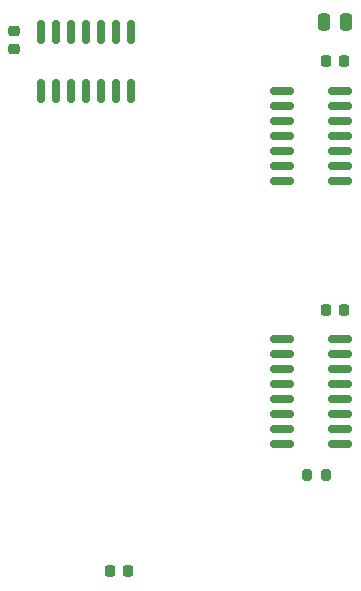
<source format=gbr>
%TF.GenerationSoftware,KiCad,Pcbnew,8.0.7*%
%TF.CreationDate,2025-01-07T22:57:07+00:00*%
%TF.ProjectId,177x,31373778-2e6b-4696-9361-645f70636258,01*%
%TF.SameCoordinates,Original*%
%TF.FileFunction,Paste,Top*%
%TF.FilePolarity,Positive*%
%FSLAX46Y46*%
G04 Gerber Fmt 4.6, Leading zero omitted, Abs format (unit mm)*
G04 Created by KiCad (PCBNEW 8.0.7) date 2025-01-07 22:57:07*
%MOMM*%
%LPD*%
G01*
G04 APERTURE LIST*
G04 Aperture macros list*
%AMRoundRect*
0 Rectangle with rounded corners*
0 $1 Rounding radius*
0 $2 $3 $4 $5 $6 $7 $8 $9 X,Y pos of 4 corners*
0 Add a 4 corners polygon primitive as box body*
4,1,4,$2,$3,$4,$5,$6,$7,$8,$9,$2,$3,0*
0 Add four circle primitives for the rounded corners*
1,1,$1+$1,$2,$3*
1,1,$1+$1,$4,$5*
1,1,$1+$1,$6,$7*
1,1,$1+$1,$8,$9*
0 Add four rect primitives between the rounded corners*
20,1,$1+$1,$2,$3,$4,$5,0*
20,1,$1+$1,$4,$5,$6,$7,0*
20,1,$1+$1,$6,$7,$8,$9,0*
20,1,$1+$1,$8,$9,$2,$3,0*%
G04 Aperture macros list end*
%ADD10RoundRect,0.250000X0.250000X0.475000X-0.250000X0.475000X-0.250000X-0.475000X0.250000X-0.475000X0*%
%ADD11RoundRect,0.150000X-0.825000X-0.150000X0.825000X-0.150000X0.825000X0.150000X-0.825000X0.150000X0*%
%ADD12RoundRect,0.225000X0.225000X0.250000X-0.225000X0.250000X-0.225000X-0.250000X0.225000X-0.250000X0*%
%ADD13RoundRect,0.225000X-0.225000X-0.250000X0.225000X-0.250000X0.225000X0.250000X-0.225000X0.250000X0*%
%ADD14RoundRect,0.200000X0.200000X0.275000X-0.200000X0.275000X-0.200000X-0.275000X0.200000X-0.275000X0*%
%ADD15RoundRect,0.225000X-0.250000X0.225000X-0.250000X-0.225000X0.250000X-0.225000X0.250000X0.225000X0*%
%ADD16RoundRect,0.150000X0.150000X-0.825000X0.150000X0.825000X-0.150000X0.825000X-0.150000X-0.825000X0*%
G04 APERTURE END LIST*
D10*
%TO.C,C5*%
X110932000Y-38862000D03*
X109032000Y-38862000D03*
%TD*%
D11*
%TO.C,IC4*%
X105475000Y-44704000D03*
X105475000Y-45974000D03*
X105475000Y-47244000D03*
X105475000Y-48514000D03*
X105475000Y-49784000D03*
X105475000Y-51054000D03*
X105475000Y-52324000D03*
X110425000Y-52324000D03*
X110425000Y-51054000D03*
X110425000Y-49784000D03*
X110425000Y-48514000D03*
X110425000Y-47244000D03*
X110425000Y-45974000D03*
X110425000Y-44704000D03*
%TD*%
D12*
%TO.C,C3*%
X110757000Y-63214000D03*
X109207000Y-63214000D03*
%TD*%
D13*
%TO.C,C1*%
X90906000Y-85344000D03*
X92456000Y-85344000D03*
%TD*%
D12*
%TO.C,C4*%
X110757000Y-42164000D03*
X109207000Y-42164000D03*
%TD*%
D11*
%TO.C,IC3*%
X105475000Y-65659000D03*
X105475000Y-66929000D03*
X105475000Y-68199000D03*
X105475000Y-69469000D03*
X105475000Y-70739000D03*
X105475000Y-72009000D03*
X105475000Y-73279000D03*
X105475000Y-74549000D03*
X110425000Y-74549000D03*
X110425000Y-73279000D03*
X110425000Y-72009000D03*
X110425000Y-70739000D03*
X110425000Y-69469000D03*
X110425000Y-68199000D03*
X110425000Y-66929000D03*
X110425000Y-65659000D03*
%TD*%
D14*
%TO.C,R1*%
X109220000Y-77216000D03*
X107570000Y-77216000D03*
%TD*%
D15*
%TO.C,C2*%
X82804000Y-39611000D03*
X82804000Y-41161000D03*
%TD*%
D16*
%TO.C,IC2*%
X85090000Y-44639000D03*
X86360000Y-44639000D03*
X87630000Y-44639000D03*
X88900000Y-44639000D03*
X90170000Y-44639000D03*
X91440000Y-44639000D03*
X92710000Y-44639000D03*
X92710000Y-39689000D03*
X91440000Y-39689000D03*
X90170000Y-39689000D03*
X88900000Y-39689000D03*
X87630000Y-39689000D03*
X86360000Y-39689000D03*
X85090000Y-39689000D03*
%TD*%
M02*

</source>
